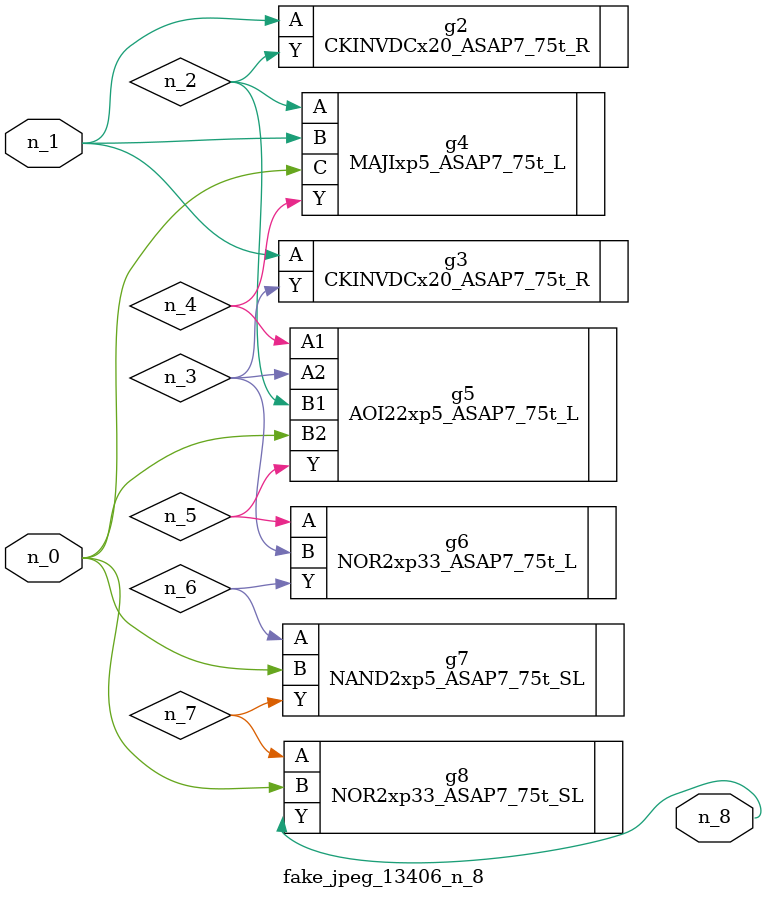
<source format=v>
module fake_jpeg_13406_n_8 (n_0, n_1, n_8);

input n_0;
input n_1;

output n_8;

wire n_2;
wire n_3;
wire n_4;
wire n_6;
wire n_5;
wire n_7;

CKINVDCx20_ASAP7_75t_R g2 ( 
.A(n_1),
.Y(n_2)
);

CKINVDCx20_ASAP7_75t_R g3 ( 
.A(n_1),
.Y(n_3)
);

MAJIxp5_ASAP7_75t_L g4 ( 
.A(n_2),
.B(n_1),
.C(n_0),
.Y(n_4)
);

AOI22xp5_ASAP7_75t_L g5 ( 
.A1(n_4),
.A2(n_3),
.B1(n_2),
.B2(n_0),
.Y(n_5)
);

NOR2xp33_ASAP7_75t_L g6 ( 
.A(n_5),
.B(n_3),
.Y(n_6)
);

NAND2xp5_ASAP7_75t_SL g7 ( 
.A(n_6),
.B(n_0),
.Y(n_7)
);

NOR2xp33_ASAP7_75t_SL g8 ( 
.A(n_7),
.B(n_0),
.Y(n_8)
);


endmodule
</source>
